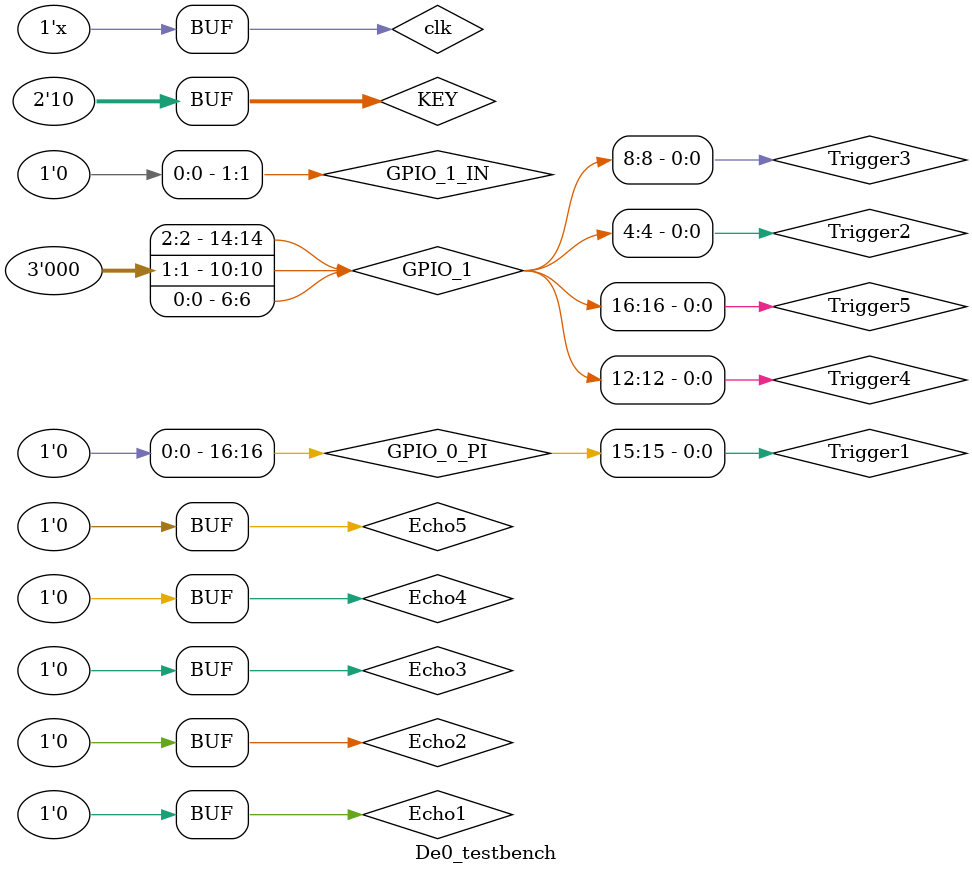
<source format=sv>

`timescale 1ns/1ps


module De0_testbench ();

wire 	[33:0]	GPIO_0_PI;
wire 	[1:0]		GPIO_0_PI_IN;
wire 	[33:0]	GPIO_1;
wire  [1:0]		GPIO_1_IN;
logic  			clk;
logic [7:0] 	LED;
logic [1:0] 	KEY; // KEY[1] = reset. KEY[0] : change le mode de display (ordre d'accès des sonars) 

logic Echo1, Echo2 ,Echo3 ,Echo4 ,Echo5;
logic Trigger1 ,Trigger2 ,Trigger3 ,Trigger4 ,Trigger5;


 MyDE0_Nano dut(	
	.CLOCK_50(clk),
	.LED(LED),
	.KEY(KEY),
	.GPIO_0_PI(GPIO_0_PI),
	.GPIO_0_PI_IN(GPIO_0_PI_IN),
	.GPIO_1(GPIO_1),
	.GPIO_1_IN(GPIO_1_IN)
);			 


// 5 sonars. IN : Echo (que dans un sens) et Trigger (envoi du son pour capter obstacle) est in/out.
// Dans minibot : 19 (GPIO_014) : Echo et 20 (GPIO_015) : Trigger (un seul sonar). C'est dans GPIO_0_PI a priori.
assign GPIO_0_PI[16] = Echo1;
assign GPIO_1_IN[1] = Echo2;

assign Trigger1 = GPIO_0_PI[15];
assign Trigger2 = GPIO_1[4];

assign GPIO_1[6] = Echo3;
assign Trigger3 = GPIO_1[8];

assign GPIO_1[10] = Echo4;
assign Trigger4 = GPIO_1[12];

assign GPIO_1[14] = Echo5;
assign Trigger5 = GPIO_1[16];



always #10 clk = ~clk;


initial 
	begin
		KEY[1] = 1'b0; // Reset
		KEY[0] = 1'b0; 
		
		clk = 1'b0; // Lancement de clock
		
		// Tout à 0 pour echo : reset d'Echo.
		Echo1 = 1'b0;
		Echo2 = 1'b0;
		Echo3 = 1'b0;
		Echo4 = 1'b0;
		Echo5 = 1'b0;
		
		#70
		
		KEY[1] = 1'b1;	// On sort du reset (rappel : KEY en active low)
		KEY[0] = 1'b1; 
		
		#20 
		
		KEY[0] = 1'b0; // Display mode
		
		
		#290000
		
		Echo1 = 1'b1;
		Echo2 = 1'b1;
		Echo3 = 1'b1;
		Echo4 = 1'b1;
		Echo5 = 1'b1;
		
		#290000
		
		Echo1 = 1'b0;
		
		#290000
		
		Echo2 = 1'b0;
		
		#290000
		
		Echo3 = 1'b0;
		
		#290000
		
		Echo4 = 1'b0;
		
		#290000
		
		Echo5 = 1'b0;
		
		#58260000
		
		KEY[0] = 1'b1;
		#1
		KEY[0] = 1'b0;
	end
endmodule  

</source>
